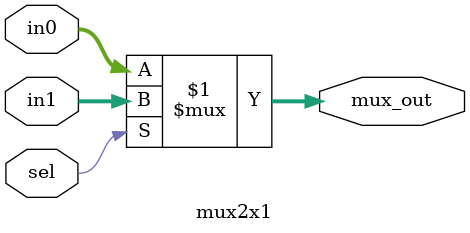
<source format=v>
module mux2x1 #(parameter WIDTH=32) (sel, in0, in1, mux_out);
input sel;
input [WIDTH-1:0] in0; 
input [WIDTH-1:0] in1;
output [WIDTH-1:0] mux_out;

assign mux_out = sel ? in1 : in0 ;

endmodule 

</source>
